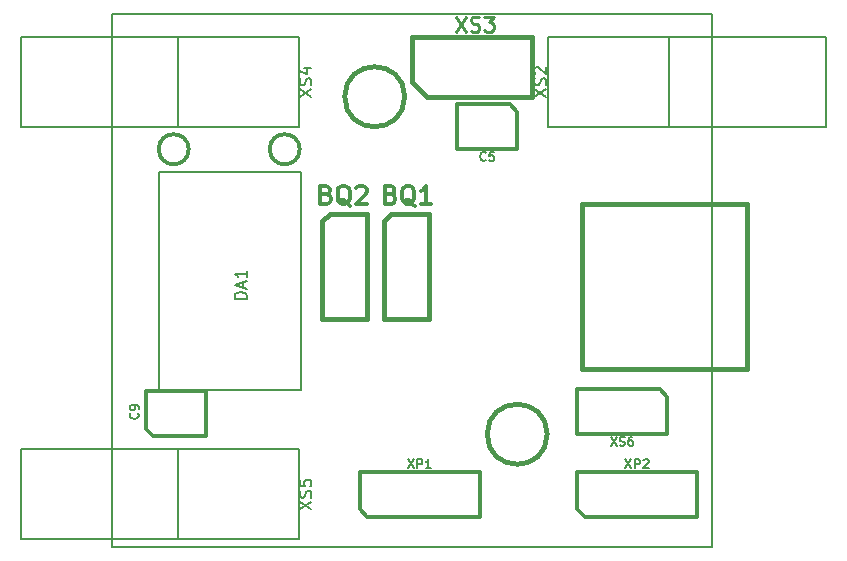
<source format=gbr>
G04 #@! TF.FileFunction,Legend,Top*
%FSLAX46Y46*%
G04 Gerber Fmt 4.6, Leading zero omitted, Abs format (unit mm)*
G04 Created by KiCad (PCBNEW 4.0.5+dfsg1-4) date Wed Feb 28 09:20:33 2018*
%MOMM*%
%LPD*%
G01*
G04 APERTURE LIST*
%ADD10C,0.100000*%
%ADD11C,0.150000*%
%ADD12C,0.381000*%
%ADD13C,0.304800*%
%ADD14C,0.190500*%
%ADD15C,0.254000*%
G04 APERTURE END LIST*
D10*
D11*
X0Y0D02*
X0Y-45085000D01*
X50800000Y0D02*
X0Y0D01*
X50800000Y-45085000D02*
X50800000Y0D01*
X0Y-45085000D02*
X50800000Y-45085000D01*
D12*
X26797000Y-16891000D02*
X23622000Y-16891000D01*
X23622000Y-16891000D02*
X22987000Y-17526000D01*
X22987000Y-17526000D02*
X22987000Y-25781000D01*
X22987000Y-25781000D02*
X26797000Y-25781000D01*
X26797000Y-25781000D02*
X26797000Y-16891000D01*
X39766240Y-30043120D02*
X53766720Y-30043120D01*
X53766720Y-30043120D02*
X53766720Y-16042640D01*
X53766720Y-16042640D02*
X39766240Y-16042640D01*
X39766240Y-16042640D02*
X39766240Y-30043120D01*
D13*
X34290000Y-11430000D02*
X34290000Y-8255000D01*
X34290000Y-8255000D02*
X33655000Y-7620000D01*
X29210000Y-7620000D02*
X29210000Y-11430000D01*
X33655000Y-7620000D02*
X29210000Y-7620000D01*
X34290000Y-11430000D02*
X29210000Y-11430000D01*
X2857500Y-31940500D02*
X2857500Y-35115500D01*
X2857500Y-35115500D02*
X3492500Y-35750500D01*
X7937500Y-35750500D02*
X7937500Y-31940500D01*
X3492500Y-35750500D02*
X7937500Y-35750500D01*
X2857500Y-31940500D02*
X7937500Y-31940500D01*
D11*
X16002000Y-13398500D02*
X3937000Y-13398500D01*
X3937000Y-13398500D02*
X3937000Y-31813500D01*
X3937000Y-31813500D02*
X16002000Y-31813500D01*
X16002000Y-31813500D02*
X16002000Y-13398500D01*
D12*
X25400000Y-1905000D02*
X25400000Y-5715000D01*
X25400000Y-5715000D02*
X26670000Y-6985000D01*
X26670000Y-6985000D02*
X35560000Y-6985000D01*
X35560000Y-6985000D02*
X35560000Y-1905000D01*
X35560000Y-1905000D02*
X25400000Y-1905000D01*
X21590000Y-16891000D02*
X18415000Y-16891000D01*
X18415000Y-16891000D02*
X17780000Y-17526000D01*
X17780000Y-17526000D02*
X17780000Y-25781000D01*
X17780000Y-25781000D02*
X21590000Y-25781000D01*
X21590000Y-25781000D02*
X21590000Y-16891000D01*
D13*
X20955000Y-38735000D02*
X20955000Y-41910000D01*
X20955000Y-41910000D02*
X21590000Y-42545000D01*
X21590000Y-42545000D02*
X31115000Y-42545000D01*
X31115000Y-42545000D02*
X31115000Y-38735000D01*
X31115000Y-38735000D02*
X20955000Y-38735000D01*
D12*
X24765000Y-6985000D02*
G75*
G03X24765000Y-6985000I-2540000J0D01*
G01*
X36830000Y-35560000D02*
G75*
G03X36830000Y-35560000I-2540000J0D01*
G01*
D13*
X39370000Y-38735000D02*
X39370000Y-41910000D01*
X39370000Y-41910000D02*
X40005000Y-42545000D01*
X40005000Y-42545000D02*
X49530000Y-42545000D01*
X49530000Y-42545000D02*
X49530000Y-38735000D01*
X49530000Y-38735000D02*
X39370000Y-38735000D01*
X46990000Y-35560000D02*
X46990000Y-32385000D01*
X46990000Y-32385000D02*
X46355000Y-31750000D01*
X46355000Y-31750000D02*
X39370000Y-31750000D01*
X39370000Y-31750000D02*
X39370000Y-35560000D01*
X39370000Y-35560000D02*
X46990000Y-35560000D01*
X6477000Y-11430000D02*
G75*
G03X6477000Y-11430000I-1270000J0D01*
G01*
X15875000Y-11430000D02*
G75*
G03X15875000Y-11430000I-1270000J0D01*
G01*
D11*
X5560000Y-44450000D02*
X5560000Y-36830000D01*
X15780000Y-36830000D02*
X15780000Y-44450000D01*
X15780000Y-44450000D02*
X-7715000Y-44450000D01*
X-7715000Y-44450000D02*
X-7715000Y-36830000D01*
X-7715000Y-36830000D02*
X15780000Y-36830000D01*
X5560000Y-9525000D02*
X5560000Y-1905000D01*
X15780000Y-1905000D02*
X15780000Y-9525000D01*
X15780000Y-9525000D02*
X-7715000Y-9525000D01*
X-7715000Y-9525000D02*
X-7715000Y-1905000D01*
X-7715000Y-1905000D02*
X15780000Y-1905000D01*
X47145000Y-1905000D02*
X47145000Y-9525000D01*
X36925000Y-9525000D02*
X36925000Y-1905000D01*
X36925000Y-1905000D02*
X60420000Y-1905000D01*
X60420000Y-1905000D02*
X60420000Y-9525000D01*
X60420000Y-9525000D02*
X36925000Y-9525000D01*
D13*
X23603857Y-15258143D02*
X23821571Y-15330714D01*
X23894143Y-15403286D01*
X23966714Y-15548429D01*
X23966714Y-15766143D01*
X23894143Y-15911286D01*
X23821571Y-15983857D01*
X23676429Y-16056429D01*
X23095857Y-16056429D01*
X23095857Y-14532429D01*
X23603857Y-14532429D01*
X23749000Y-14605000D01*
X23821571Y-14677571D01*
X23894143Y-14822714D01*
X23894143Y-14967857D01*
X23821571Y-15113000D01*
X23749000Y-15185571D01*
X23603857Y-15258143D01*
X23095857Y-15258143D01*
X25635857Y-16201571D02*
X25490714Y-16129000D01*
X25345571Y-15983857D01*
X25127857Y-15766143D01*
X24982714Y-15693571D01*
X24837571Y-15693571D01*
X24910143Y-16056429D02*
X24765000Y-15983857D01*
X24619857Y-15838714D01*
X24547286Y-15548429D01*
X24547286Y-15040429D01*
X24619857Y-14750143D01*
X24765000Y-14605000D01*
X24910143Y-14532429D01*
X25200429Y-14532429D01*
X25345571Y-14605000D01*
X25490714Y-14750143D01*
X25563286Y-15040429D01*
X25563286Y-15548429D01*
X25490714Y-15838714D01*
X25345571Y-15983857D01*
X25200429Y-16056429D01*
X24910143Y-16056429D01*
X27014714Y-16056429D02*
X26143857Y-16056429D01*
X26579285Y-16056429D02*
X26579285Y-14532429D01*
X26434142Y-14750143D01*
X26289000Y-14895286D01*
X26143857Y-14967857D01*
D14*
X31623000Y-12337143D02*
X31586714Y-12373429D01*
X31477857Y-12409714D01*
X31405286Y-12409714D01*
X31296429Y-12373429D01*
X31223857Y-12300857D01*
X31187572Y-12228286D01*
X31151286Y-12083143D01*
X31151286Y-11974286D01*
X31187572Y-11829143D01*
X31223857Y-11756571D01*
X31296429Y-11684000D01*
X31405286Y-11647714D01*
X31477857Y-11647714D01*
X31586714Y-11684000D01*
X31623000Y-11720286D01*
X32312429Y-11647714D02*
X31949572Y-11647714D01*
X31913286Y-12010571D01*
X31949572Y-11974286D01*
X32022143Y-11938000D01*
X32203572Y-11938000D01*
X32276143Y-11974286D01*
X32312429Y-12010571D01*
X32348714Y-12083143D01*
X32348714Y-12264571D01*
X32312429Y-12337143D01*
X32276143Y-12373429D01*
X32203572Y-12409714D01*
X32022143Y-12409714D01*
X31949572Y-12373429D01*
X31913286Y-12337143D01*
X2177143Y-33782000D02*
X2213429Y-33818286D01*
X2249714Y-33927143D01*
X2249714Y-33999714D01*
X2213429Y-34108571D01*
X2140857Y-34181143D01*
X2068286Y-34217428D01*
X1923143Y-34253714D01*
X1814286Y-34253714D01*
X1669143Y-34217428D01*
X1596571Y-34181143D01*
X1524000Y-34108571D01*
X1487714Y-33999714D01*
X1487714Y-33927143D01*
X1524000Y-33818286D01*
X1560286Y-33782000D01*
X2249714Y-33419143D02*
X2249714Y-33274000D01*
X2213429Y-33201428D01*
X2177143Y-33165143D01*
X2068286Y-33092571D01*
X1923143Y-33056286D01*
X1632857Y-33056286D01*
X1560286Y-33092571D01*
X1524000Y-33128857D01*
X1487714Y-33201428D01*
X1487714Y-33346571D01*
X1524000Y-33419143D01*
X1560286Y-33455428D01*
X1632857Y-33491714D01*
X1814286Y-33491714D01*
X1886857Y-33455428D01*
X1923143Y-33419143D01*
X1959429Y-33346571D01*
X1959429Y-33201428D01*
X1923143Y-33128857D01*
X1886857Y-33092571D01*
X1814286Y-33056286D01*
D11*
X11374381Y-24090167D02*
X10374381Y-24090167D01*
X10374381Y-23852072D01*
X10422000Y-23709214D01*
X10517238Y-23613976D01*
X10612476Y-23566357D01*
X10802952Y-23518738D01*
X10945810Y-23518738D01*
X11136286Y-23566357D01*
X11231524Y-23613976D01*
X11326762Y-23709214D01*
X11374381Y-23852072D01*
X11374381Y-24090167D01*
X11088667Y-23137786D02*
X11088667Y-22661595D01*
X11374381Y-23233024D02*
X10374381Y-22899691D01*
X11374381Y-22566357D01*
X11374381Y-21709214D02*
X11374381Y-22280643D01*
X11374381Y-21994929D02*
X10374381Y-21994929D01*
X10517238Y-22090167D01*
X10612476Y-22185405D01*
X10660095Y-22280643D01*
D15*
X29101143Y-193524D02*
X29947809Y-1463524D01*
X29947809Y-193524D02*
X29101143Y-1463524D01*
X30371143Y-1403048D02*
X30552571Y-1463524D01*
X30854952Y-1463524D01*
X30975905Y-1403048D01*
X31036381Y-1342571D01*
X31096857Y-1221619D01*
X31096857Y-1100667D01*
X31036381Y-979714D01*
X30975905Y-919238D01*
X30854952Y-858762D01*
X30613048Y-798286D01*
X30492095Y-737810D01*
X30431619Y-677333D01*
X30371143Y-556381D01*
X30371143Y-435429D01*
X30431619Y-314476D01*
X30492095Y-254000D01*
X30613048Y-193524D01*
X30915428Y-193524D01*
X31096857Y-254000D01*
X31520191Y-193524D02*
X32306381Y-193524D01*
X31883048Y-677333D01*
X32064476Y-677333D01*
X32185429Y-737810D01*
X32245905Y-798286D01*
X32306381Y-919238D01*
X32306381Y-1221619D01*
X32245905Y-1342571D01*
X32185429Y-1403048D01*
X32064476Y-1463524D01*
X31701619Y-1463524D01*
X31580667Y-1403048D01*
X31520191Y-1342571D01*
D13*
X18142857Y-15258143D02*
X18360571Y-15330714D01*
X18433143Y-15403286D01*
X18505714Y-15548429D01*
X18505714Y-15766143D01*
X18433143Y-15911286D01*
X18360571Y-15983857D01*
X18215429Y-16056429D01*
X17634857Y-16056429D01*
X17634857Y-14532429D01*
X18142857Y-14532429D01*
X18288000Y-14605000D01*
X18360571Y-14677571D01*
X18433143Y-14822714D01*
X18433143Y-14967857D01*
X18360571Y-15113000D01*
X18288000Y-15185571D01*
X18142857Y-15258143D01*
X17634857Y-15258143D01*
X20174857Y-16201571D02*
X20029714Y-16129000D01*
X19884571Y-15983857D01*
X19666857Y-15766143D01*
X19521714Y-15693571D01*
X19376571Y-15693571D01*
X19449143Y-16056429D02*
X19304000Y-15983857D01*
X19158857Y-15838714D01*
X19086286Y-15548429D01*
X19086286Y-15040429D01*
X19158857Y-14750143D01*
X19304000Y-14605000D01*
X19449143Y-14532429D01*
X19739429Y-14532429D01*
X19884571Y-14605000D01*
X20029714Y-14750143D01*
X20102286Y-15040429D01*
X20102286Y-15548429D01*
X20029714Y-15838714D01*
X19884571Y-15983857D01*
X19739429Y-16056429D01*
X19449143Y-16056429D01*
X20682857Y-14677571D02*
X20755428Y-14605000D01*
X20900571Y-14532429D01*
X21263428Y-14532429D01*
X21408571Y-14605000D01*
X21481142Y-14677571D01*
X21553714Y-14822714D01*
X21553714Y-14967857D01*
X21481142Y-15185571D01*
X20610285Y-16056429D01*
X21553714Y-16056429D01*
D14*
X25037143Y-37682714D02*
X25545143Y-38444714D01*
X25545143Y-37682714D02*
X25037143Y-38444714D01*
X25835429Y-38444714D02*
X25835429Y-37682714D01*
X26125714Y-37682714D01*
X26198286Y-37719000D01*
X26234571Y-37755286D01*
X26270857Y-37827857D01*
X26270857Y-37936714D01*
X26234571Y-38009286D01*
X26198286Y-38045571D01*
X26125714Y-38081857D01*
X25835429Y-38081857D01*
X26996571Y-38444714D02*
X26561143Y-38444714D01*
X26778857Y-38444714D02*
X26778857Y-37682714D01*
X26706286Y-37791571D01*
X26633714Y-37864143D01*
X26561143Y-37900429D01*
X43452143Y-37682714D02*
X43960143Y-38444714D01*
X43960143Y-37682714D02*
X43452143Y-38444714D01*
X44250429Y-38444714D02*
X44250429Y-37682714D01*
X44540714Y-37682714D01*
X44613286Y-37719000D01*
X44649571Y-37755286D01*
X44685857Y-37827857D01*
X44685857Y-37936714D01*
X44649571Y-38009286D01*
X44613286Y-38045571D01*
X44540714Y-38081857D01*
X44250429Y-38081857D01*
X44976143Y-37755286D02*
X45012429Y-37719000D01*
X45085000Y-37682714D01*
X45266429Y-37682714D01*
X45339000Y-37719000D01*
X45375286Y-37755286D01*
X45411571Y-37827857D01*
X45411571Y-37900429D01*
X45375286Y-38009286D01*
X44939857Y-38444714D01*
X45411571Y-38444714D01*
X42200286Y-35777714D02*
X42708286Y-36539714D01*
X42708286Y-35777714D02*
X42200286Y-36539714D01*
X42962286Y-36503429D02*
X43071143Y-36539714D01*
X43252572Y-36539714D01*
X43325143Y-36503429D01*
X43361429Y-36467143D01*
X43397714Y-36394571D01*
X43397714Y-36322000D01*
X43361429Y-36249429D01*
X43325143Y-36213143D01*
X43252572Y-36176857D01*
X43107429Y-36140571D01*
X43034857Y-36104286D01*
X42998572Y-36068000D01*
X42962286Y-35995429D01*
X42962286Y-35922857D01*
X42998572Y-35850286D01*
X43034857Y-35814000D01*
X43107429Y-35777714D01*
X43288857Y-35777714D01*
X43397714Y-35814000D01*
X44050857Y-35777714D02*
X43905714Y-35777714D01*
X43833143Y-35814000D01*
X43796857Y-35850286D01*
X43724286Y-35959143D01*
X43688000Y-36104286D01*
X43688000Y-36394571D01*
X43724286Y-36467143D01*
X43760571Y-36503429D01*
X43833143Y-36539714D01*
X43978286Y-36539714D01*
X44050857Y-36503429D01*
X44087143Y-36467143D01*
X44123428Y-36394571D01*
X44123428Y-36213143D01*
X44087143Y-36140571D01*
X44050857Y-36104286D01*
X43978286Y-36068000D01*
X43833143Y-36068000D01*
X43760571Y-36104286D01*
X43724286Y-36140571D01*
X43688000Y-36213143D01*
D11*
X15867381Y-41925714D02*
X16867381Y-41259047D01*
X15867381Y-41259047D02*
X16867381Y-41925714D01*
X16819762Y-40925714D02*
X16867381Y-40782857D01*
X16867381Y-40544761D01*
X16819762Y-40449523D01*
X16772143Y-40401904D01*
X16676905Y-40354285D01*
X16581667Y-40354285D01*
X16486429Y-40401904D01*
X16438810Y-40449523D01*
X16391190Y-40544761D01*
X16343571Y-40735238D01*
X16295952Y-40830476D01*
X16248333Y-40878095D01*
X16153095Y-40925714D01*
X16057857Y-40925714D01*
X15962619Y-40878095D01*
X15915000Y-40830476D01*
X15867381Y-40735238D01*
X15867381Y-40497142D01*
X15915000Y-40354285D01*
X15867381Y-39449523D02*
X15867381Y-39925714D01*
X16343571Y-39973333D01*
X16295952Y-39925714D01*
X16248333Y-39830476D01*
X16248333Y-39592380D01*
X16295952Y-39497142D01*
X16343571Y-39449523D01*
X16438810Y-39401904D01*
X16676905Y-39401904D01*
X16772143Y-39449523D01*
X16819762Y-39497142D01*
X16867381Y-39592380D01*
X16867381Y-39830476D01*
X16819762Y-39925714D01*
X16772143Y-39973333D01*
X15867381Y-7000714D02*
X16867381Y-6334047D01*
X15867381Y-6334047D02*
X16867381Y-7000714D01*
X16819762Y-6000714D02*
X16867381Y-5857857D01*
X16867381Y-5619761D01*
X16819762Y-5524523D01*
X16772143Y-5476904D01*
X16676905Y-5429285D01*
X16581667Y-5429285D01*
X16486429Y-5476904D01*
X16438810Y-5524523D01*
X16391190Y-5619761D01*
X16343571Y-5810238D01*
X16295952Y-5905476D01*
X16248333Y-5953095D01*
X16153095Y-6000714D01*
X16057857Y-6000714D01*
X15962619Y-5953095D01*
X15915000Y-5905476D01*
X15867381Y-5810238D01*
X15867381Y-5572142D01*
X15915000Y-5429285D01*
X16200714Y-4572142D02*
X16867381Y-4572142D01*
X15819762Y-4810238D02*
X16534048Y-5048333D01*
X16534048Y-4429285D01*
X35742381Y-7000714D02*
X36742381Y-6334047D01*
X35742381Y-6334047D02*
X36742381Y-7000714D01*
X36694762Y-6000714D02*
X36742381Y-5857857D01*
X36742381Y-5619761D01*
X36694762Y-5524523D01*
X36647143Y-5476904D01*
X36551905Y-5429285D01*
X36456667Y-5429285D01*
X36361429Y-5476904D01*
X36313810Y-5524523D01*
X36266190Y-5619761D01*
X36218571Y-5810238D01*
X36170952Y-5905476D01*
X36123333Y-5953095D01*
X36028095Y-6000714D01*
X35932857Y-6000714D01*
X35837619Y-5953095D01*
X35790000Y-5905476D01*
X35742381Y-5810238D01*
X35742381Y-5572142D01*
X35790000Y-5429285D01*
X35837619Y-5048333D02*
X35790000Y-5000714D01*
X35742381Y-4905476D01*
X35742381Y-4667380D01*
X35790000Y-4572142D01*
X35837619Y-4524523D01*
X35932857Y-4476904D01*
X36028095Y-4476904D01*
X36170952Y-4524523D01*
X36742381Y-5095952D01*
X36742381Y-4476904D01*
M02*

</source>
